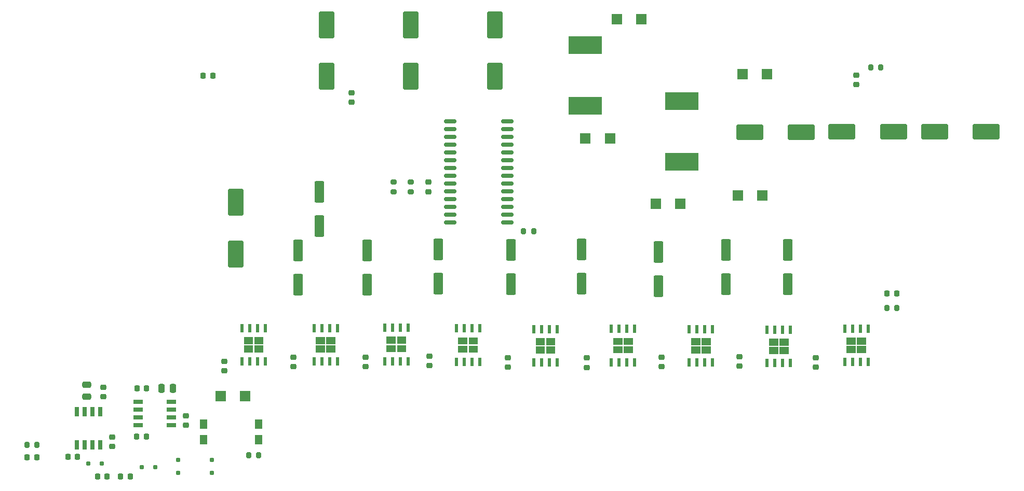
<source format=gbr>
%TF.GenerationSoftware,KiCad,Pcbnew,8.0.6*%
%TF.CreationDate,2024-11-11T19:58:29-07:00*%
%TF.ProjectId,NanoSprayLinear,4e616e6f-5370-4726-9179-4c696e656172,rev?*%
%TF.SameCoordinates,Original*%
%TF.FileFunction,Paste,Top*%
%TF.FilePolarity,Positive*%
%FSLAX46Y46*%
G04 Gerber Fmt 4.6, Leading zero omitted, Abs format (unit mm)*
G04 Created by KiCad (PCBNEW 8.0.6) date 2024-11-11 19:58:29*
%MOMM*%
%LPD*%
G01*
G04 APERTURE LIST*
G04 Aperture macros list*
%AMRoundRect*
0 Rectangle with rounded corners*
0 $1 Rounding radius*
0 $2 $3 $4 $5 $6 $7 $8 $9 X,Y pos of 4 corners*
0 Add a 4 corners polygon primitive as box body*
4,1,4,$2,$3,$4,$5,$6,$7,$8,$9,$2,$3,0*
0 Add four circle primitives for the rounded corners*
1,1,$1+$1,$2,$3*
1,1,$1+$1,$4,$5*
1,1,$1+$1,$6,$7*
1,1,$1+$1,$8,$9*
0 Add four rect primitives between the rounded corners*
20,1,$1+$1,$2,$3,$4,$5,0*
20,1,$1+$1,$4,$5,$6,$7,0*
20,1,$1+$1,$6,$7,$8,$9,0*
20,1,$1+$1,$8,$9,$2,$3,0*%
G04 Aperture macros list end*
%ADD10C,0.000000*%
%ADD11R,1.300000X1.500000*%
%ADD12RoundRect,0.250000X0.550000X-1.500000X0.550000X1.500000X-0.550000X1.500000X-0.550000X-1.500000X0*%
%ADD13RoundRect,0.250000X-1.950000X-1.000000X1.950000X-1.000000X1.950000X1.000000X-1.950000X1.000000X0*%
%ADD14R,0.558800X1.460500*%
%ADD15RoundRect,0.200000X-0.200000X-0.275000X0.200000X-0.275000X0.200000X0.275000X-0.200000X0.275000X0*%
%ADD16RoundRect,0.175000X0.175000X0.175000X-0.175000X0.175000X-0.175000X-0.175000X0.175000X-0.175000X0*%
%ADD17R,5.400000X2.900000*%
%ADD18RoundRect,0.225000X-0.250000X0.225000X-0.250000X-0.225000X0.250000X-0.225000X0.250000X0.225000X0*%
%ADD19R,1.500000X0.650000*%
%ADD20RoundRect,0.225000X0.225000X0.250000X-0.225000X0.250000X-0.225000X-0.250000X0.225000X-0.250000X0*%
%ADD21RoundRect,0.250000X1.000000X-1.950000X1.000000X1.950000X-1.000000X1.950000X-1.000000X-1.950000X0*%
%ADD22RoundRect,0.218750X0.218750X0.256250X-0.218750X0.256250X-0.218750X-0.256250X0.218750X-0.256250X0*%
%ADD23RoundRect,0.200000X-0.275000X0.200000X-0.275000X-0.200000X0.275000X-0.200000X0.275000X0.200000X0*%
%ADD24RoundRect,0.218750X-0.218750X-0.256250X0.218750X-0.256250X0.218750X0.256250X-0.218750X0.256250X0*%
%ADD25RoundRect,0.225000X-0.225000X-0.250000X0.225000X-0.250000X0.225000X0.250000X-0.225000X0.250000X0*%
%ADD26R,1.800000X1.800000*%
%ADD27RoundRect,0.218750X-0.256250X0.218750X-0.256250X-0.218750X0.256250X-0.218750X0.256250X0.218750X0*%
%ADD28RoundRect,0.175000X0.175000X-0.175000X0.175000X0.175000X-0.175000X0.175000X-0.175000X-0.175000X0*%
%ADD29RoundRect,0.250000X0.250000X0.475000X-0.250000X0.475000X-0.250000X-0.475000X0.250000X-0.475000X0*%
%ADD30RoundRect,0.150000X-0.875000X-0.150000X0.875000X-0.150000X0.875000X0.150000X-0.875000X0.150000X0*%
%ADD31RoundRect,0.250000X0.475000X-0.250000X0.475000X0.250000X-0.475000X0.250000X-0.475000X-0.250000X0*%
%ADD32RoundRect,0.250000X-0.550000X1.500000X-0.550000X-1.500000X0.550000X-1.500000X0.550000X1.500000X0*%
%ADD33R,0.650000X1.500000*%
G04 APERTURE END LIST*
D10*
%TO.C,U9*%
G36*
X112910000Y-95206450D02*
G01*
X111408200Y-95206450D01*
X111408200Y-94047550D01*
X112910000Y-94047550D01*
X112910000Y-95206450D01*
G37*
G36*
X112910000Y-96565350D02*
G01*
X111408200Y-96565350D01*
X111408200Y-95406450D01*
X112910000Y-95406450D01*
X112910000Y-96565350D01*
G37*
G36*
X114611800Y-95206450D02*
G01*
X113110000Y-95206450D01*
X113110000Y-94047550D01*
X114611800Y-94047550D01*
X114611800Y-95206450D01*
G37*
G36*
X114611800Y-96565350D02*
G01*
X113110000Y-96565350D01*
X113110000Y-95406450D01*
X114611800Y-95406450D01*
X114611800Y-96565350D01*
G37*
%TO.C,U12*%
G36*
X176232200Y-95238200D02*
G01*
X174730400Y-95238200D01*
X174730400Y-94079300D01*
X176232200Y-94079300D01*
X176232200Y-95238200D01*
G37*
G36*
X176232200Y-96597100D02*
G01*
X174730400Y-96597100D01*
X174730400Y-95438200D01*
X176232200Y-95438200D01*
X176232200Y-96597100D01*
G37*
G36*
X177934000Y-95238200D02*
G01*
X176432200Y-95238200D01*
X176432200Y-94079300D01*
X177934000Y-94079300D01*
X177934000Y-95238200D01*
G37*
G36*
X177934000Y-96597100D02*
G01*
X176432200Y-96597100D01*
X176432200Y-95438200D01*
X177934000Y-95438200D01*
X177934000Y-96597100D01*
G37*
%TO.C,U11*%
G36*
X163583000Y-95390600D02*
G01*
X162081200Y-95390600D01*
X162081200Y-94231700D01*
X163583000Y-94231700D01*
X163583000Y-95390600D01*
G37*
G36*
X163583000Y-96749500D02*
G01*
X162081200Y-96749500D01*
X162081200Y-95590600D01*
X163583000Y-95590600D01*
X163583000Y-96749500D01*
G37*
G36*
X165284800Y-95390600D02*
G01*
X163783000Y-95390600D01*
X163783000Y-94231700D01*
X165284800Y-94231700D01*
X165284800Y-95390600D01*
G37*
G36*
X165284800Y-96749500D02*
G01*
X163783000Y-96749500D01*
X163783000Y-95590600D01*
X165284800Y-95590600D01*
X165284800Y-96749500D01*
G37*
%TO.C,U17*%
G36*
X77959600Y-95155650D02*
G01*
X76457800Y-95155650D01*
X76457800Y-93996750D01*
X77959600Y-93996750D01*
X77959600Y-95155650D01*
G37*
G36*
X77959600Y-96514550D02*
G01*
X76457800Y-96514550D01*
X76457800Y-95355650D01*
X77959600Y-95355650D01*
X77959600Y-96514550D01*
G37*
G36*
X79661400Y-95155650D02*
G01*
X78159600Y-95155650D01*
X78159600Y-93996750D01*
X79661400Y-93996750D01*
X79661400Y-95155650D01*
G37*
G36*
X79661400Y-96514550D02*
G01*
X78159600Y-96514550D01*
X78159600Y-95355650D01*
X79661400Y-95355650D01*
X79661400Y-96514550D01*
G37*
%TO.C,U14*%
G36*
X150883000Y-95339800D02*
G01*
X149381200Y-95339800D01*
X149381200Y-94180900D01*
X150883000Y-94180900D01*
X150883000Y-95339800D01*
G37*
G36*
X150883000Y-96698700D02*
G01*
X149381200Y-96698700D01*
X149381200Y-95539800D01*
X150883000Y-95539800D01*
X150883000Y-96698700D01*
G37*
G36*
X152584800Y-95339800D02*
G01*
X151083000Y-95339800D01*
X151083000Y-94180900D01*
X152584800Y-94180900D01*
X152584800Y-95339800D01*
G37*
G36*
X152584800Y-96698700D02*
G01*
X151083000Y-96698700D01*
X151083000Y-95539800D01*
X152584800Y-95539800D01*
X152584800Y-96698700D01*
G37*
%TO.C,U13*%
G36*
X138183000Y-95289000D02*
G01*
X136681200Y-95289000D01*
X136681200Y-94130100D01*
X138183000Y-94130100D01*
X138183000Y-95289000D01*
G37*
G36*
X138183000Y-96647900D02*
G01*
X136681200Y-96647900D01*
X136681200Y-95489000D01*
X138183000Y-95489000D01*
X138183000Y-96647900D01*
G37*
G36*
X139884800Y-95289000D02*
G01*
X138383000Y-95289000D01*
X138383000Y-94130100D01*
X139884800Y-94130100D01*
X139884800Y-95289000D01*
G37*
G36*
X139884800Y-96647900D02*
G01*
X138383000Y-96647900D01*
X138383000Y-95489000D01*
X139884800Y-95489000D01*
X139884800Y-96647900D01*
G37*
%TO.C,U8*%
G36*
X101226000Y-95104850D02*
G01*
X99724200Y-95104850D01*
X99724200Y-93945950D01*
X101226000Y-93945950D01*
X101226000Y-95104850D01*
G37*
G36*
X101226000Y-96463750D02*
G01*
X99724200Y-96463750D01*
X99724200Y-95304850D01*
X101226000Y-95304850D01*
X101226000Y-96463750D01*
G37*
G36*
X102927800Y-95104850D02*
G01*
X101426000Y-95104850D01*
X101426000Y-93945950D01*
X102927800Y-93945950D01*
X102927800Y-95104850D01*
G37*
G36*
X102927800Y-96463750D02*
G01*
X101426000Y-96463750D01*
X101426000Y-95304850D01*
X102927800Y-95304850D01*
X102927800Y-96463750D01*
G37*
%TO.C,U4*%
G36*
X89694400Y-95155650D02*
G01*
X88192600Y-95155650D01*
X88192600Y-93996750D01*
X89694400Y-93996750D01*
X89694400Y-95155650D01*
G37*
G36*
X89694400Y-96514550D02*
G01*
X88192600Y-96514550D01*
X88192600Y-95355650D01*
X89694400Y-95355650D01*
X89694400Y-96514550D01*
G37*
G36*
X91396200Y-95155650D02*
G01*
X89894400Y-95155650D01*
X89894400Y-93996750D01*
X91396200Y-93996750D01*
X91396200Y-95155650D01*
G37*
G36*
X91396200Y-96514550D02*
G01*
X89894400Y-96514550D01*
X89894400Y-95355650D01*
X91396200Y-95355650D01*
X91396200Y-96514550D01*
G37*
%TO.C,U10*%
G36*
X125533800Y-95339800D02*
G01*
X124032000Y-95339800D01*
X124032000Y-94180900D01*
X125533800Y-94180900D01*
X125533800Y-95339800D01*
G37*
G36*
X125533800Y-96698700D02*
G01*
X124032000Y-96698700D01*
X124032000Y-95539800D01*
X125533800Y-95539800D01*
X125533800Y-96698700D01*
G37*
G36*
X127235600Y-95339800D02*
G01*
X125733800Y-95339800D01*
X125733800Y-94180900D01*
X127235600Y-94180900D01*
X127235600Y-95339800D01*
G37*
G36*
X127235600Y-96698700D02*
G01*
X125733800Y-96698700D01*
X125733800Y-95539800D01*
X127235600Y-95539800D01*
X127235600Y-96698700D01*
G37*
%TD*%
D11*
%TO.C,U15*%
X69850000Y-108230000D03*
X69850000Y-110770000D03*
X78850000Y-110770000D03*
X78850000Y-108230000D03*
%TD*%
D12*
%TO.C,C34*%
X155041600Y-85350000D03*
X155041600Y-79750000D03*
%TD*%
D13*
%TO.C,C2*%
X173981000Y-60502800D03*
X182381000Y-60502800D03*
%TD*%
D12*
%TO.C,C35*%
X165170800Y-85350000D03*
X165170800Y-79750000D03*
%TD*%
D14*
%TO.C,U9*%
X114915000Y-92582300D03*
X113645000Y-92582300D03*
X112375000Y-92582300D03*
X111105000Y-92582300D03*
X111105000Y-98030600D03*
X112375000Y-98030600D03*
X113645000Y-98030600D03*
X114915000Y-98030600D03*
%TD*%
D15*
%TO.C,R4*%
X41071800Y-111593250D03*
X42721800Y-111593250D03*
%TD*%
D16*
%TO.C,D10*%
X53272500Y-114650000D03*
X51122500Y-114650000D03*
%TD*%
D15*
%TO.C,R10*%
X181275000Y-89250000D03*
X182925000Y-89250000D03*
%TD*%
D17*
%TO.C,L1*%
X147828000Y-55502000D03*
X147828000Y-65402000D03*
%TD*%
D15*
%TO.C,R3*%
X178675000Y-50000000D03*
X180325000Y-50000000D03*
%TD*%
D18*
%TO.C,C27*%
X106685400Y-97103200D03*
X106685400Y-98653200D03*
%TD*%
%TO.C,C14*%
X54950000Y-110335800D03*
X54950000Y-111885800D03*
%TD*%
D19*
%TO.C,U7*%
X64656000Y-108343000D03*
X64656000Y-107073000D03*
X64656000Y-105803000D03*
X64656000Y-104533000D03*
X59256000Y-104533000D03*
X59256000Y-105803000D03*
X59256000Y-107073000D03*
X59256000Y-108343000D03*
%TD*%
D12*
%TO.C,C16*%
X85301800Y-85430566D03*
X85301800Y-79830566D03*
%TD*%
D18*
%TO.C,C32*%
X157282200Y-97204800D03*
X157282200Y-98754800D03*
%TD*%
D14*
%TO.C,U12*%
X178237200Y-92614050D03*
X176967200Y-92614050D03*
X175697200Y-92614050D03*
X174427200Y-92614050D03*
X174427200Y-98062350D03*
X175697200Y-98062350D03*
X176967200Y-98062350D03*
X178237200Y-98062350D03*
%TD*%
D18*
%TO.C,C24*%
X93980000Y-54089000D03*
X93980000Y-55639000D03*
%TD*%
%TO.C,C33*%
X169728200Y-97357200D03*
X169728200Y-98907200D03*
%TD*%
%TO.C,C37*%
X144531400Y-97306400D03*
X144531400Y-98856400D03*
%TD*%
D20*
%TO.C,R7*%
X54125000Y-116750000D03*
X52575000Y-116750000D03*
%TD*%
D18*
%TO.C,C36*%
X132339400Y-97408000D03*
X132339400Y-98958000D03*
%TD*%
D14*
%TO.C,U11*%
X165588000Y-92766450D03*
X164318000Y-92766450D03*
X163048000Y-92766450D03*
X161778000Y-92766450D03*
X161778000Y-98214750D03*
X163048000Y-98214750D03*
X164318000Y-98214750D03*
X165588000Y-98214750D03*
%TD*%
D18*
%TO.C,C25*%
X96322200Y-97306400D03*
X96322200Y-98856400D03*
%TD*%
D21*
%TO.C,C1*%
X75164000Y-80412000D03*
X75164000Y-72012000D03*
%TD*%
D22*
%TO.C,D5*%
X42684300Y-113640650D03*
X41109300Y-113640650D03*
%TD*%
D14*
%TO.C,U17*%
X79964600Y-92531500D03*
X78694600Y-92531500D03*
X77424600Y-92531500D03*
X76154600Y-92531500D03*
X76154600Y-97979800D03*
X77424600Y-97979800D03*
X78694600Y-97979800D03*
X79964600Y-97979800D03*
%TD*%
D16*
%TO.C,D9*%
X61985000Y-115250000D03*
X59835000Y-115250000D03*
%TD*%
D23*
%TO.C,R5*%
X103693000Y-68651000D03*
X103693000Y-70301000D03*
%TD*%
D24*
%TO.C,D8*%
X181312500Y-86900000D03*
X182887500Y-86900000D03*
%TD*%
D18*
%TO.C,R9*%
X67036000Y-106819000D03*
X67036000Y-108369000D03*
%TD*%
D20*
%TO.C,C19*%
X60531000Y-110213000D03*
X58981000Y-110213000D03*
%TD*%
D15*
%TO.C,R13*%
X77225000Y-113300000D03*
X78875000Y-113300000D03*
%TD*%
D23*
%TO.C,R6*%
X100868000Y-68651000D03*
X100868000Y-70301000D03*
%TD*%
D14*
%TO.C,U14*%
X152888000Y-92715650D03*
X151618000Y-92715650D03*
X150348000Y-92715650D03*
X149078000Y-92715650D03*
X149078000Y-98163950D03*
X150348000Y-98163950D03*
X151618000Y-98163950D03*
X152888000Y-98163950D03*
%TD*%
D12*
%TO.C,C39*%
X144094200Y-85731000D03*
X144094200Y-80131000D03*
%TD*%
D14*
%TO.C,U13*%
X140188000Y-92664850D03*
X138918000Y-92664850D03*
X137648000Y-92664850D03*
X136378000Y-92664850D03*
X136378000Y-98113150D03*
X137648000Y-98113150D03*
X138918000Y-98113150D03*
X140188000Y-98113150D03*
%TD*%
D25*
%TO.C,C9*%
X69837000Y-51308000D03*
X71387000Y-51308000D03*
%TD*%
D26*
%TO.C,D4*%
X76650000Y-103600000D03*
X72650000Y-103600000D03*
%TD*%
D18*
%TO.C,C15*%
X84562200Y-97276800D03*
X84562200Y-98826800D03*
%TD*%
D21*
%TO.C,C23*%
X89916000Y-51444000D03*
X89916000Y-43044000D03*
%TD*%
D27*
%TO.C,D1*%
X176300000Y-51212500D03*
X176300000Y-52787500D03*
%TD*%
D18*
%TO.C,C31*%
X106518000Y-68701000D03*
X106518000Y-70251000D03*
%TD*%
%TO.C,C40*%
X73309800Y-97966800D03*
X73309800Y-99516800D03*
%TD*%
D13*
%TO.C,C4*%
X189100000Y-60502800D03*
X197500000Y-60502800D03*
%TD*%
D28*
%TO.C,D12*%
X65766000Y-116194000D03*
X65766000Y-114044000D03*
%TD*%
D13*
%TO.C,C3*%
X158918800Y-60579000D03*
X167318800Y-60579000D03*
%TD*%
D12*
%TO.C,C30*%
X119995000Y-85393400D03*
X119995000Y-79793400D03*
%TD*%
%TO.C,C38*%
X131526600Y-85285800D03*
X131526600Y-79685800D03*
%TD*%
D26*
%TO.C,D2*%
X132150000Y-61600000D03*
X136150000Y-61600000D03*
%TD*%
D21*
%TO.C,C22*%
X103632000Y-51444000D03*
X103632000Y-43044000D03*
%TD*%
D12*
%TO.C,C26*%
X96576200Y-85430566D03*
X96576200Y-79830566D03*
%TD*%
%TO.C,C29*%
X108158600Y-85285800D03*
X108158600Y-79685800D03*
%TD*%
D18*
%TO.C,C28*%
X119487000Y-97357200D03*
X119487000Y-98907200D03*
%TD*%
D28*
%TO.C,D13*%
X71227000Y-116194000D03*
X71227000Y-114044000D03*
%TD*%
D26*
%TO.C,D3*%
X137300000Y-42100000D03*
X141300000Y-42100000D03*
%TD*%
%TO.C,D11*%
X157000000Y-70900000D03*
X161000000Y-70900000D03*
%TD*%
D14*
%TO.C,U8*%
X103231000Y-92480700D03*
X101961000Y-92480700D03*
X100691000Y-92480700D03*
X99421000Y-92480700D03*
X99421000Y-97929000D03*
X100691000Y-97929000D03*
X101961000Y-97929000D03*
X103231000Y-97929000D03*
%TD*%
D26*
%TO.C,D14*%
X147600000Y-72250000D03*
X143600000Y-72250000D03*
%TD*%
%TO.C,D7*%
X157750000Y-51100000D03*
X161750000Y-51100000D03*
%TD*%
D14*
%TO.C,U4*%
X91699400Y-92531500D03*
X90429400Y-92531500D03*
X89159400Y-92531500D03*
X87889400Y-92531500D03*
X87889400Y-97979800D03*
X89159400Y-97979800D03*
X90429400Y-97979800D03*
X91699400Y-97979800D03*
%TD*%
D25*
%TO.C,C20*%
X59042000Y-102374000D03*
X60592000Y-102374000D03*
%TD*%
D21*
%TO.C,C21*%
X117348000Y-51444000D03*
X117348000Y-43044000D03*
%TD*%
D29*
%TO.C,C18*%
X64910000Y-102374000D03*
X63010000Y-102374000D03*
%TD*%
D20*
%TO.C,R8*%
X57925000Y-116750000D03*
X56375000Y-116750000D03*
%TD*%
D17*
%TO.C,L2*%
X132080000Y-56258000D03*
X132080000Y-46358000D03*
%TD*%
D30*
%TO.C,U1*%
X110118000Y-58796000D03*
X110118000Y-60066000D03*
X110118000Y-61336000D03*
X110118000Y-62606000D03*
X110118000Y-63876000D03*
X110118000Y-65146000D03*
X110118000Y-66416000D03*
X110118000Y-67686000D03*
X110118000Y-68956000D03*
X110118000Y-70226000D03*
X110118000Y-71496000D03*
X110118000Y-72766000D03*
X110118000Y-74036000D03*
X110118000Y-75306000D03*
X119418000Y-75306000D03*
X119418000Y-74036000D03*
X119418000Y-72766000D03*
X119418000Y-71496000D03*
X119418000Y-70226000D03*
X119418000Y-68956000D03*
X119418000Y-67686000D03*
X119418000Y-66416000D03*
X119418000Y-65146000D03*
X119418000Y-63876000D03*
X119418000Y-62606000D03*
X119418000Y-61336000D03*
X119418000Y-60066000D03*
X119418000Y-58796000D03*
%TD*%
D20*
%TO.C,C17*%
X49325000Y-113550000D03*
X47775000Y-113550000D03*
%TD*%
D31*
%TO.C,C13*%
X50850000Y-103710800D03*
X50850000Y-101810800D03*
%TD*%
D14*
%TO.C,U10*%
X127538800Y-92715650D03*
X126268800Y-92715650D03*
X124998800Y-92715650D03*
X123728800Y-92715650D03*
X123728800Y-98163950D03*
X124998800Y-98163950D03*
X126268800Y-98163950D03*
X127538800Y-98163950D03*
%TD*%
D18*
%TO.C,R1*%
X53550000Y-102185800D03*
X53550000Y-103735800D03*
%TD*%
D15*
%TO.C,R2*%
X122043000Y-76751000D03*
X123693000Y-76751000D03*
%TD*%
D32*
%TO.C,C5*%
X88800000Y-70300000D03*
X88800000Y-75900000D03*
%TD*%
D33*
%TO.C,U6*%
X53030000Y-106185800D03*
X51760000Y-106185800D03*
X50490000Y-106185800D03*
X49220000Y-106185800D03*
X49220000Y-111585800D03*
X50490000Y-111585800D03*
X51760000Y-111585800D03*
X53030000Y-111585800D03*
%TD*%
M02*

</source>
